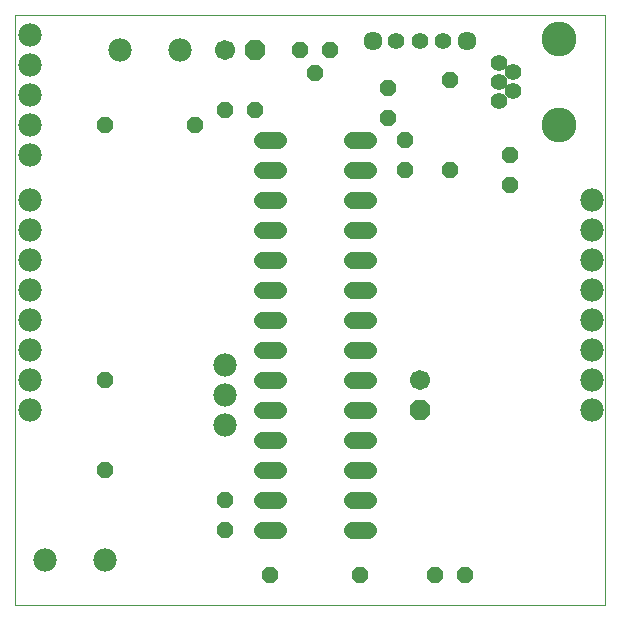
<source format=gbs>
G75*
%MOIN*%
%OFA0B0*%
%FSLAX25Y25*%
%IPPOS*%
%LPD*%
%AMOC8*
5,1,8,0,0,1.08239X$1,22.5*
%
%ADD10C,0.00000*%
%ADD11OC8,0.05600*%
%ADD12C,0.06700*%
%ADD13OC8,0.06700*%
%ADD14C,0.07800*%
%ADD15C,0.05550*%
%ADD16C,0.11620*%
%ADD17C,0.05600*%
%ADD18C,0.06337*%
D10*
X0006600Y0006600D02*
X0006600Y0203450D01*
X0203450Y0203450D01*
X0203450Y0006600D01*
X0006600Y0006600D01*
D11*
X0036600Y0051600D03*
X0036600Y0081600D03*
X0076600Y0041600D03*
X0076600Y0031600D03*
X0091600Y0016600D03*
X0121600Y0016600D03*
X0146600Y0016600D03*
X0156600Y0016600D03*
X0171600Y0146600D03*
X0171600Y0156600D03*
X0151600Y0151600D03*
X0136600Y0151600D03*
X0136600Y0161600D03*
X0131100Y0169100D03*
X0131100Y0179100D03*
X0111600Y0191600D03*
X0106600Y0184100D03*
X0101600Y0191600D03*
X0086600Y0171600D03*
X0076600Y0171600D03*
X0066600Y0166600D03*
X0036600Y0166600D03*
X0151600Y0181600D03*
D12*
X0076600Y0191600D03*
X0141600Y0081600D03*
D13*
X0141600Y0071600D03*
X0086600Y0191600D03*
D14*
X0061600Y0191600D03*
X0041600Y0191600D03*
X0011600Y0186600D03*
X0011600Y0176600D03*
X0011600Y0166600D03*
X0011600Y0156600D03*
X0011600Y0141600D03*
X0011600Y0131600D03*
X0011600Y0121600D03*
X0011600Y0111600D03*
X0011600Y0101600D03*
X0011600Y0091600D03*
X0011600Y0081600D03*
X0011600Y0071600D03*
X0016600Y0021600D03*
X0036600Y0021600D03*
X0076600Y0066600D03*
X0076600Y0076600D03*
X0076600Y0086600D03*
X0011600Y0196600D03*
X0199100Y0141600D03*
X0199100Y0131600D03*
X0199100Y0121600D03*
X0199100Y0111600D03*
X0199100Y0101600D03*
X0199100Y0091600D03*
X0199100Y0081600D03*
X0199100Y0071600D03*
D15*
X0168021Y0174801D03*
X0172746Y0177950D03*
X0168021Y0181100D03*
X0172746Y0184250D03*
X0168021Y0187399D03*
X0149474Y0194600D03*
X0141600Y0194600D03*
X0133726Y0194600D03*
D16*
X0188100Y0195470D03*
X0188100Y0166730D03*
D17*
X0124200Y0161600D02*
X0119000Y0161600D01*
X0119000Y0151600D02*
X0124200Y0151600D01*
X0124200Y0141600D02*
X0119000Y0141600D01*
X0119000Y0131600D02*
X0124200Y0131600D01*
X0124200Y0121600D02*
X0119000Y0121600D01*
X0119000Y0111600D02*
X0124200Y0111600D01*
X0124200Y0101600D02*
X0119000Y0101600D01*
X0119000Y0091600D02*
X0124200Y0091600D01*
X0124200Y0081600D02*
X0119000Y0081600D01*
X0119000Y0071600D02*
X0124200Y0071600D01*
X0124200Y0061600D02*
X0119000Y0061600D01*
X0119000Y0051600D02*
X0124200Y0051600D01*
X0124200Y0041600D02*
X0119000Y0041600D01*
X0119000Y0031600D02*
X0124200Y0031600D01*
X0094200Y0031600D02*
X0089000Y0031600D01*
X0089000Y0041600D02*
X0094200Y0041600D01*
X0094200Y0051600D02*
X0089000Y0051600D01*
X0089000Y0061600D02*
X0094200Y0061600D01*
X0094200Y0071600D02*
X0089000Y0071600D01*
X0089000Y0081600D02*
X0094200Y0081600D01*
X0094200Y0091600D02*
X0089000Y0091600D01*
X0089000Y0101600D02*
X0094200Y0101600D01*
X0094200Y0111600D02*
X0089000Y0111600D01*
X0089000Y0121600D02*
X0094200Y0121600D01*
X0094200Y0131600D02*
X0089000Y0131600D01*
X0089000Y0141600D02*
X0094200Y0141600D01*
X0094200Y0151600D02*
X0089000Y0151600D01*
X0089000Y0161600D02*
X0094200Y0161600D01*
D18*
X0125852Y0194600D03*
X0157348Y0194600D03*
M02*

</source>
